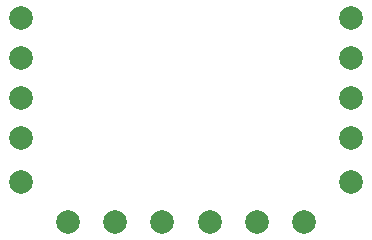
<source format=gbs>
%TF.GenerationSoftware,KiCad,Pcbnew,(5.1.9)-1*%
%TF.CreationDate,2022-09-01T14:45:20+02:00*%
%TF.ProjectId,decode,6465636f-6465-42e6-9b69-6361645f7063,rev?*%
%TF.SameCoordinates,Original*%
%TF.FileFunction,Soldermask,Bot*%
%TF.FilePolarity,Negative*%
%FSLAX46Y46*%
G04 Gerber Fmt 4.6, Leading zero omitted, Abs format (unit mm)*
G04 Created by KiCad (PCBNEW (5.1.9)-1) date 2022-09-01 14:45:20*
%MOMM*%
%LPD*%
G01*
G04 APERTURE LIST*
%ADD10C,2.000000*%
G04 APERTURE END LIST*
D10*
%TO.C,TP16*%
X184000000Y-69200000D03*
%TD*%
%TO.C,TP14*%
X156000000Y-69200000D03*
%TD*%
%TO.C,TP13*%
X180000000Y-72600000D03*
%TD*%
%TO.C,TP12*%
X176000000Y-72600000D03*
%TD*%
%TO.C,TP11*%
X172000000Y-72600000D03*
%TD*%
%TO.C,TP10*%
X168000000Y-72600000D03*
%TD*%
%TO.C,TP9*%
X164000000Y-72600000D03*
%TD*%
%TO.C,TP8*%
X160000000Y-72600000D03*
%TD*%
%TO.C,TP7*%
X184000000Y-65450000D03*
%TD*%
%TO.C,TP6*%
X156000000Y-65450000D03*
%TD*%
%TO.C,TP5*%
X184000000Y-62050000D03*
%TD*%
%TO.C,TP4*%
X156000000Y-62050000D03*
%TD*%
%TO.C,TP3*%
X184000000Y-58650000D03*
%TD*%
%TO.C,TP2*%
X156000000Y-58650000D03*
%TD*%
%TO.C,TP1*%
X184000000Y-55250000D03*
%TD*%
%TO.C,TP0*%
X156000000Y-55250000D03*
%TD*%
M02*

</source>
